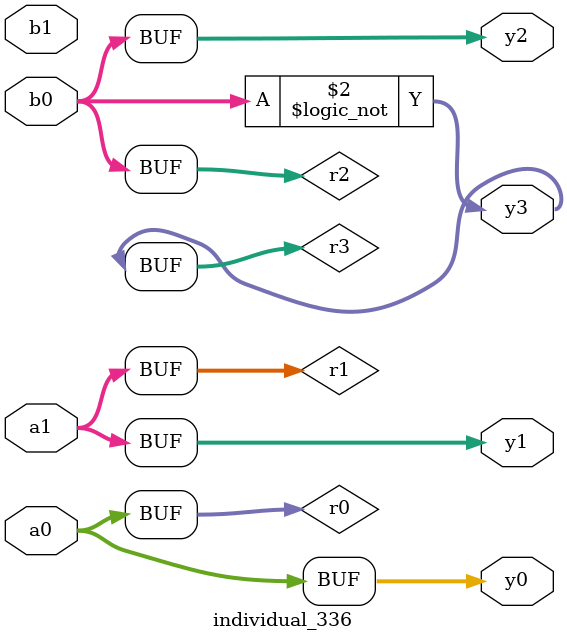
<source format=sv>
module individual_336(input logic [15:0] a1, input logic [15:0] a0, input logic [15:0] b1, input logic [15:0] b0, output logic [15:0] y3, output logic [15:0] y2, output logic [15:0] y1, output logic [15:0] y0);
logic [15:0] r0, r1, r2, r3; 
 always@(*) begin 
	 r0 = a0; r1 = a1; r2 = b0; r3 = b1; 
 	 r3 = ! r2 ;
 	 y3 = r3; y2 = r2; y1 = r1; y0 = r0; 
end
endmodule
</source>
